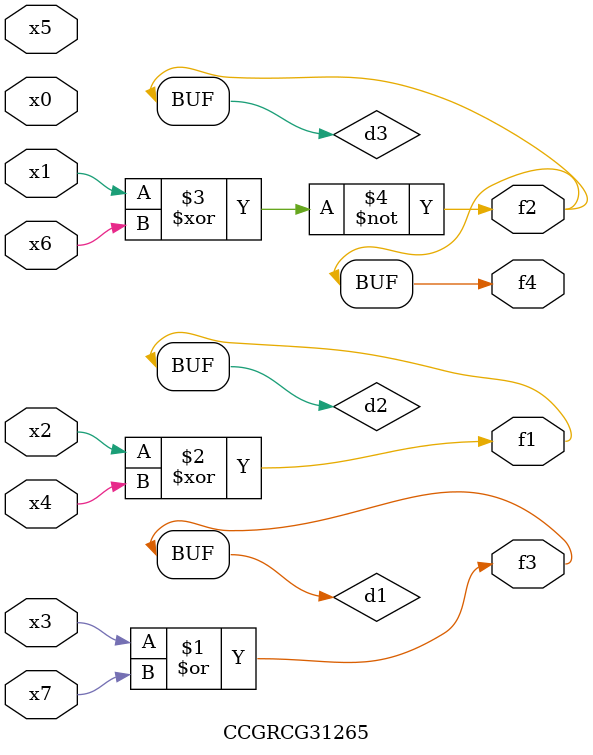
<source format=v>
module CCGRCG31265(
	input x0, x1, x2, x3, x4, x5, x6, x7,
	output f1, f2, f3, f4
);

	wire d1, d2, d3;

	or (d1, x3, x7);
	xor (d2, x2, x4);
	xnor (d3, x1, x6);
	assign f1 = d2;
	assign f2 = d3;
	assign f3 = d1;
	assign f4 = d3;
endmodule

</source>
